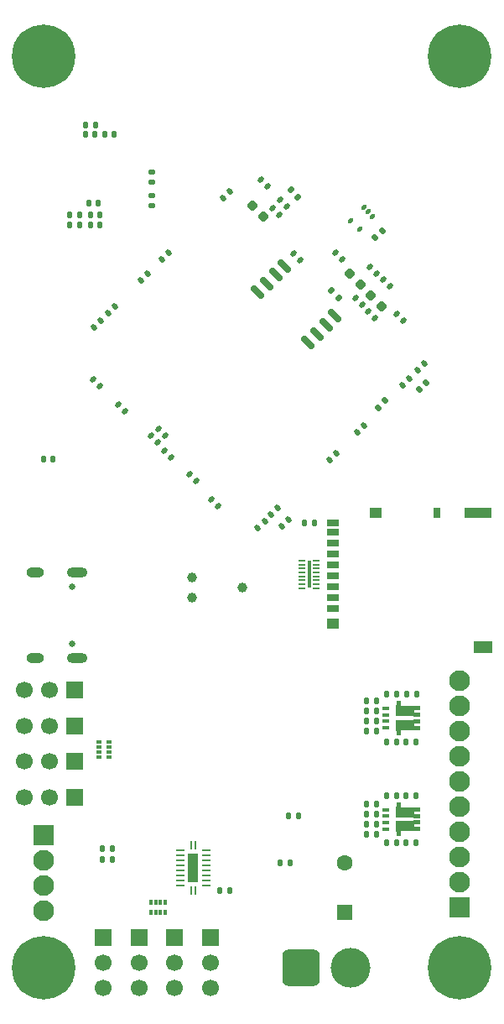
<source format=gbr>
%TF.GenerationSoftware,KiCad,Pcbnew,9.0.1*%
%TF.CreationDate,2025-05-10T22:35:43-04:00*%
%TF.ProjectId,CRVFCU,43525646-4355-42e6-9b69-6361645f7063,rev?*%
%TF.SameCoordinates,Original*%
%TF.FileFunction,Soldermask,Bot*%
%TF.FilePolarity,Negative*%
%FSLAX46Y46*%
G04 Gerber Fmt 4.6, Leading zero omitted, Abs format (unit mm)*
G04 Created by KiCad (PCBNEW 9.0.1) date 2025-05-10 22:35:43*
%MOMM*%
%LPD*%
G01*
G04 APERTURE LIST*
G04 Aperture macros list*
%AMRoundRect*
0 Rectangle with rounded corners*
0 $1 Rounding radius*
0 $2 $3 $4 $5 $6 $7 $8 $9 X,Y pos of 4 corners*
0 Add a 4 corners polygon primitive as box body*
4,1,4,$2,$3,$4,$5,$6,$7,$8,$9,$2,$3,0*
0 Add four circle primitives for the rounded corners*
1,1,$1+$1,$2,$3*
1,1,$1+$1,$4,$5*
1,1,$1+$1,$6,$7*
1,1,$1+$1,$8,$9*
0 Add four rect primitives between the rounded corners*
20,1,$1+$1,$2,$3,$4,$5,0*
20,1,$1+$1,$4,$5,$6,$7,0*
20,1,$1+$1,$6,$7,$8,$9,0*
20,1,$1+$1,$8,$9,$2,$3,0*%
%AMFreePoly0*
4,1,17,1.515000,0.170000,0.915000,0.170000,0.915000,-0.080000,1.515000,-0.080000,1.515000,-0.480000,0.915000,-0.480000,0.915000,-0.505000,-0.395000,-0.505000,-0.395000,-1.005000,-0.825000,-1.005000,-0.825000,-0.625000,-0.915000,-0.625000,-0.915000,0.505000,0.815000,0.505000,0.815000,0.570000,1.515000,0.570000,1.515000,0.170000,1.515000,0.170000,$1*%
%AMFreePoly1*
4,1,17,-0.395000,0.505000,0.915000,0.505000,0.915000,0.480000,1.515000,0.480000,1.515000,0.080000,0.915000,0.080000,0.915000,-0.170000,1.515000,-0.170000,1.515000,-0.570000,0.815000,-0.570000,0.815000,-0.505000,-0.915000,-0.505000,-0.915000,0.625000,-0.825000,0.625000,-0.825000,1.005000,-0.395000,1.005000,-0.395000,0.505000,-0.395000,0.505000,$1*%
G04 Aperture macros list end*
%ADD10R,0.760000X0.350000*%
%ADD11FreePoly0,0.000000*%
%ADD12FreePoly1,0.000000*%
%ADD13RoundRect,0.135000X-0.135000X-0.185000X0.135000X-0.185000X0.135000X0.185000X-0.135000X0.185000X0*%
%ADD14R,1.600000X1.600000*%
%ADD15C,1.600000*%
%ADD16RoundRect,0.760000X-1.140000X-1.140000X1.140000X-1.140000X1.140000X1.140000X-1.140000X1.140000X0*%
%ADD17C,4.000000*%
%ADD18RoundRect,0.250001X0.799999X-0.799999X0.799999X0.799999X-0.799999X0.799999X-0.799999X-0.799999X0*%
%ADD19C,2.100000*%
%ADD20RoundRect,0.140000X-0.140000X-0.170000X0.140000X-0.170000X0.140000X0.170000X-0.140000X0.170000X0*%
%ADD21C,0.990600*%
%ADD22C,6.400000*%
%ADD23RoundRect,0.050000X0.262500X0.050000X-0.262500X0.050000X-0.262500X-0.050000X0.262500X-0.050000X0*%
%ADD24R,0.400000X2.800000*%
%ADD25R,1.200000X0.700000*%
%ADD26R,0.800000X1.000000*%
%ADD27R,1.200000X1.000000*%
%ADD28R,2.800000X1.000000*%
%ADD29R,1.900000X1.300000*%
%ADD30RoundRect,0.162500X0.574524X-0.344715X-0.344715X0.574524X-0.574524X0.344715X0.344715X-0.574524X0*%
%ADD31RoundRect,0.140000X-0.219203X-0.021213X-0.021213X-0.219203X0.219203X0.021213X0.021213X0.219203X0*%
%ADD32RoundRect,0.140000X0.219203X0.021213X0.021213X0.219203X-0.219203X-0.021213X-0.021213X-0.219203X0*%
%ADD33RoundRect,0.140000X0.021213X-0.219203X0.219203X-0.021213X-0.021213X0.219203X-0.219203X0.021213X0*%
%ADD34RoundRect,0.140000X-0.021213X0.219203X-0.219203X0.021213X0.021213X-0.219203X0.219203X-0.021213X0*%
%ADD35RoundRect,0.218750X0.335876X0.026517X0.026517X0.335876X-0.335876X-0.026517X-0.026517X-0.335876X0*%
%ADD36C,0.650000*%
%ADD37O,2.100000X1.000000*%
%ADD38O,1.800000X1.000000*%
%ADD39RoundRect,0.218750X-0.335876X-0.026517X-0.026517X-0.335876X0.335876X0.026517X0.026517X0.335876X0*%
%ADD40RoundRect,0.135000X-0.226274X-0.035355X-0.035355X-0.226274X0.226274X0.035355X0.035355X0.226274X0*%
%ADD41RoundRect,0.135000X-0.035355X0.226274X-0.226274X0.035355X0.035355X-0.226274X0.226274X-0.035355X0*%
%ADD42RoundRect,0.135000X0.226274X0.035355X0.035355X0.226274X-0.226274X-0.035355X-0.035355X-0.226274X0*%
%ADD43RoundRect,0.100000X0.088388X0.229810X-0.229810X-0.088388X-0.088388X-0.229810X0.229810X0.088388X0*%
%ADD44RoundRect,0.250001X-0.799999X0.799999X-0.799999X-0.799999X0.799999X-0.799999X0.799999X0.799999X0*%
%ADD45R,1.700000X1.700000*%
%ADD46C,1.700000*%
%ADD47R,0.240000X0.900000*%
%ADD48R,0.900000X0.240000*%
%ADD49R,1.000000X2.900000*%
%ADD50RoundRect,0.135000X0.135000X0.185000X-0.135000X0.185000X-0.135000X-0.185000X0.135000X-0.185000X0*%
%ADD51R,0.400000X0.500000*%
%ADD52R,0.300000X0.500000*%
%ADD53R,0.500000X0.400000*%
%ADD54R,0.500000X0.300000*%
%ADD55RoundRect,0.140000X0.140000X0.170000X-0.140000X0.170000X-0.140000X-0.170000X0.140000X-0.170000X0*%
%ADD56RoundRect,0.140000X-0.170000X0.140000X-0.170000X-0.140000X0.170000X-0.140000X0.170000X0.140000X0*%
%ADD57RoundRect,0.135000X-0.185000X0.135000X-0.185000X-0.135000X0.185000X-0.135000X0.185000X0.135000X0*%
G04 APERTURE END LIST*
D10*
%TO.C,U16*%
X78535000Y-91770000D03*
X78535000Y-91120000D03*
X78535000Y-90470000D03*
X78535000Y-89820000D03*
D11*
X80500000Y-91490000D03*
D12*
X80500000Y-90100000D03*
%TD*%
D10*
%TO.C,U8*%
X78535000Y-101980000D03*
X78535000Y-101330000D03*
X78535000Y-100680000D03*
X78535000Y-100030000D03*
D11*
X80500000Y-101700000D03*
D12*
X80500000Y-100310000D03*
%TD*%
D13*
%TO.C,R36*%
X68680000Y-100700000D03*
X69700000Y-100700000D03*
%TD*%
D14*
%TO.C,C1*%
X74400000Y-110402651D03*
D15*
X74400000Y-105402651D03*
%TD*%
D16*
%TO.C,BATT1*%
X70000000Y-116000000D03*
D17*
X75000000Y-116000000D03*
%TD*%
D13*
%TO.C,R37*%
X67880000Y-105400000D03*
X68900000Y-105400000D03*
%TD*%
D18*
%TO.C,PYRO_TERM1*%
X86000000Y-109860000D03*
D19*
X86000000Y-107320000D03*
X86000000Y-104780000D03*
X86000000Y-102240000D03*
X86000000Y-99700000D03*
X86000000Y-97160000D03*
X86000000Y-94620000D03*
X86000000Y-92080000D03*
X86000000Y-89540000D03*
X86000000Y-87000000D03*
%TD*%
D20*
%TO.C,C40*%
X44000000Y-64700000D03*
X44960000Y-64700000D03*
%TD*%
D21*
%TO.C,J1*%
X64090000Y-77635000D03*
X59010000Y-78651000D03*
X59010000Y-76619000D03*
%TD*%
D22*
%TO.C,H2*%
X86000000Y-24000000D03*
%TD*%
%TO.C,H3*%
X44000000Y-24000000D03*
%TD*%
D23*
%TO.C,U11*%
X71527500Y-74910000D03*
X71527500Y-75310000D03*
X71527500Y-75710000D03*
X71527500Y-76110000D03*
X71527500Y-76510000D03*
X71527500Y-76910000D03*
X71527500Y-77310000D03*
X71527500Y-77710000D03*
X70102500Y-77710000D03*
X70102500Y-77310000D03*
X70102500Y-76910000D03*
X70102500Y-76510000D03*
X70102500Y-76110000D03*
X70102500Y-75710000D03*
X70102500Y-75310000D03*
X70102500Y-74910000D03*
D24*
X70815000Y-76310000D03*
%TD*%
D25*
%TO.C,J4*%
X73225000Y-79725000D03*
X73225000Y-78625000D03*
X73225000Y-77525000D03*
X73225000Y-76425000D03*
X73225000Y-75325000D03*
X73225000Y-74225000D03*
X73225000Y-73125000D03*
X73225000Y-72025000D03*
X73225000Y-71075000D03*
D26*
X83725000Y-70125000D03*
D27*
X77525000Y-70125000D03*
D28*
X87875000Y-70125000D03*
D27*
X73225000Y-81275000D03*
D29*
X88325000Y-83625000D03*
%TD*%
D13*
%TO.C,R24*%
X70305000Y-71125000D03*
X71325000Y-71125000D03*
%TD*%
D30*
%TO.C,U10*%
X73383784Y-50239707D03*
X72485758Y-51137733D03*
X71587733Y-52035758D03*
X70689707Y-52933784D03*
X65616216Y-47860293D03*
X66514242Y-46962267D03*
X67412267Y-46064242D03*
X68310293Y-45166216D03*
%TD*%
D31*
%TO.C,C17*%
X67100000Y-39350000D03*
X67778822Y-40028822D03*
%TD*%
%TO.C,C16*%
X55560589Y-61610589D03*
X56239411Y-62289411D03*
%TD*%
D32*
%TO.C,C20*%
X56839411Y-64489411D03*
X56160589Y-63810589D03*
%TD*%
%TO.C,C10*%
X59439412Y-66889411D03*
X58760590Y-66210589D03*
%TD*%
%TO.C,C12*%
X78950340Y-47275182D03*
X78271518Y-46596360D03*
%TD*%
D33*
%TO.C,C13*%
X80221178Y-57228822D03*
X80900000Y-56550000D03*
%TD*%
D31*
%TO.C,C15*%
X54821178Y-62331767D03*
X55500000Y-63010589D03*
%TD*%
D32*
%TO.C,C11*%
X77610929Y-45935771D03*
X76932107Y-45256949D03*
%TD*%
D34*
%TO.C,C14*%
X66300000Y-70950000D03*
X65621178Y-71628822D03*
%TD*%
D31*
%TO.C,C19*%
X75471517Y-48396360D03*
X76150339Y-49075182D03*
%TD*%
%TO.C,C18*%
X67900000Y-38550000D03*
X68578822Y-39228822D03*
%TD*%
%TO.C,C22*%
X48960589Y-56610589D03*
X49639411Y-57289411D03*
%TD*%
D33*
%TO.C,C27*%
X62100000Y-38350000D03*
X62778822Y-37671178D03*
%TD*%
%TO.C,C24*%
X50500001Y-49950000D03*
X51178823Y-49271178D03*
%TD*%
D31*
%TO.C,C32*%
X60900000Y-68750000D03*
X61578822Y-69428822D03*
%TD*%
%TO.C,C21*%
X51500000Y-59150001D03*
X52178822Y-59828823D03*
%TD*%
D33*
%TO.C,C23*%
X49100001Y-51350000D03*
X49778823Y-50671178D03*
%TD*%
%TO.C,C25*%
X53821179Y-46628822D03*
X54500001Y-45950000D03*
%TD*%
%TO.C,C26*%
X55960589Y-44489411D03*
X56639411Y-43810589D03*
%TD*%
D31*
%TO.C,C29*%
X73421178Y-43871177D03*
X74100000Y-44549999D03*
%TD*%
%TO.C,C30*%
X79621179Y-50071178D03*
X80300001Y-50750000D03*
%TD*%
%TO.C,C31*%
X76760589Y-49810589D03*
X77439411Y-50489411D03*
%TD*%
D32*
%TO.C,C28*%
X66600000Y-37200000D03*
X65921178Y-36521178D03*
%TD*%
D33*
%TO.C,C36*%
X66960589Y-70289411D03*
X67639411Y-69610589D03*
%TD*%
D34*
%TO.C,C33*%
X73578822Y-64071178D03*
X72900000Y-64750000D03*
%TD*%
D33*
%TO.C,C34*%
X81760590Y-55689411D03*
X82439412Y-55010589D03*
%TD*%
%TO.C,C35*%
X68021178Y-71428822D03*
X68700000Y-70750000D03*
%TD*%
D32*
%TO.C,C51*%
X69889750Y-44614593D03*
X69210928Y-43935771D03*
%TD*%
D35*
%TO.C,L3*%
X78124623Y-49249465D03*
X77010929Y-48135771D03*
%TD*%
D36*
%TO.C,J3*%
X46855000Y-77510000D03*
X46855000Y-83290000D03*
D37*
X47355000Y-76080000D03*
D38*
X43175000Y-76080000D03*
D37*
X47355000Y-84720000D03*
D38*
X43175000Y-84720000D03*
%TD*%
D39*
%TO.C,L1*%
X65092941Y-39132564D03*
X66206635Y-40246258D03*
%TD*%
%TO.C,L2*%
X74854081Y-45978923D03*
X75967775Y-47092617D03*
%TD*%
D40*
%TO.C,R4*%
X68928999Y-37528685D03*
X69650247Y-38249933D03*
%TD*%
D41*
%TO.C,R5*%
X82610871Y-56968061D03*
X81889623Y-57689309D03*
%TD*%
%TO.C,R6*%
X78460624Y-58789376D03*
X77739376Y-59510624D03*
%TD*%
D42*
%TO.C,R23*%
X73771552Y-48396395D03*
X73050304Y-47675147D03*
%TD*%
D34*
%TO.C,C39*%
X76339411Y-61310589D03*
X75660589Y-61989411D03*
%TD*%
D43*
%TO.C,U17*%
X76293503Y-39256497D03*
X76753122Y-39716117D03*
X77212742Y-40175736D03*
X75869239Y-41519239D03*
X74950000Y-40600000D03*
%TD*%
D44*
%TO.C,ARM1*%
X44000000Y-102580000D03*
D19*
X44000000Y-105120000D03*
X44000000Y-107660000D03*
X44000000Y-110200000D03*
%TD*%
D22*
%TO.C,H4*%
X86000000Y-116000000D03*
%TD*%
%TO.C,H1*%
X44000000Y-116000000D03*
%TD*%
D45*
%TO.C,PWM0*%
X47140000Y-88000001D03*
D46*
X44600000Y-88000001D03*
X42060000Y-88000001D03*
%TD*%
D45*
%TO.C,PWM3*%
X47140000Y-98800000D03*
D46*
X44600000Y-98800000D03*
X42060000Y-98800000D03*
%TD*%
D45*
%TO.C,PWM2*%
X47140000Y-95200000D03*
D46*
X44600000Y-95200000D03*
X42060000Y-95200000D03*
%TD*%
D45*
%TO.C,PWM1*%
X47140000Y-91600000D03*
D46*
X44600000Y-91600000D03*
X42060000Y-91600000D03*
%TD*%
D47*
%TO.C,U5*%
X59350000Y-103600000D03*
D48*
X60400000Y-104150000D03*
X60400000Y-104650000D03*
X60400000Y-105150000D03*
X60400000Y-105650000D03*
X60400000Y-106150000D03*
X60400000Y-106650000D03*
X60400000Y-107150000D03*
X60400000Y-107650000D03*
D47*
X59350000Y-108200000D03*
X58850000Y-108200000D03*
D48*
X57800000Y-107650000D03*
X57800000Y-107150000D03*
X57800000Y-106650000D03*
X57800000Y-106150000D03*
X57800000Y-105650000D03*
X57800000Y-105150000D03*
X57800000Y-104650000D03*
X57800000Y-104150000D03*
D47*
X58850000Y-103600000D03*
D49*
X59100000Y-105900000D03*
%TD*%
D50*
%TO.C,R44*%
X50910000Y-105100000D03*
X49890000Y-105100000D03*
%TD*%
%TO.C,R43*%
X50900001Y-104000000D03*
X49880001Y-104000000D03*
%TD*%
D41*
%TO.C,R42*%
X78171248Y-41628752D03*
X77450000Y-42350000D03*
%TD*%
D51*
%TO.C,R39*%
X56300000Y-110400000D03*
D52*
X55800000Y-110400000D03*
X55300000Y-110400000D03*
D51*
X54800000Y-110400000D03*
X54800000Y-109400000D03*
D52*
X55300000Y-109400000D03*
X55800000Y-109400000D03*
D51*
X56300000Y-109400000D03*
%TD*%
D53*
%TO.C,R38*%
X49600000Y-94700000D03*
D54*
X49600000Y-94200000D03*
X49600000Y-93700000D03*
D53*
X49600000Y-93200000D03*
X50600000Y-93200000D03*
D54*
X50600000Y-93700000D03*
X50600000Y-94200000D03*
D53*
X50600000Y-94700000D03*
%TD*%
D13*
%TO.C,R35*%
X78590000Y-93200000D03*
X79610000Y-93200000D03*
%TD*%
D50*
%TO.C,R34*%
X81610000Y-93200000D03*
X80590000Y-93200000D03*
%TD*%
%TO.C,R33*%
X77610000Y-91116000D03*
X76590000Y-91116000D03*
%TD*%
D13*
%TO.C,R32*%
X76590000Y-92100000D03*
X77610000Y-92100000D03*
%TD*%
%TO.C,R31*%
X78580000Y-88400000D03*
X79600000Y-88400000D03*
%TD*%
D50*
%TO.C,R30*%
X81629999Y-88400000D03*
X80609999Y-88400000D03*
%TD*%
%TO.C,R29*%
X77610000Y-89100000D03*
X76590000Y-89100000D03*
%TD*%
D13*
%TO.C,R28*%
X76590000Y-90100000D03*
X77610000Y-90100000D03*
%TD*%
%TO.C,R27*%
X78590000Y-103410000D03*
X79610000Y-103410000D03*
%TD*%
D50*
%TO.C,R26*%
X81610000Y-103410000D03*
X80590000Y-103410000D03*
%TD*%
%TO.C,R25*%
X77619999Y-101510000D03*
X76599999Y-101510000D03*
%TD*%
D13*
%TO.C,R22*%
X46620000Y-40050000D03*
X47640000Y-40050000D03*
%TD*%
%TO.C,R20*%
X48190000Y-30950000D03*
X49210000Y-30950000D03*
%TD*%
%TO.C,R19*%
X76599999Y-102510000D03*
X77619999Y-102510000D03*
%TD*%
%TO.C,R16*%
X78590000Y-98610000D03*
X79610000Y-98610000D03*
%TD*%
D50*
%TO.C,R14*%
X81610000Y-98610000D03*
X80590000Y-98610000D03*
%TD*%
%TO.C,R12*%
X77619999Y-99510000D03*
X76599999Y-99510000D03*
%TD*%
D13*
%TO.C,R11*%
X76590000Y-100510000D03*
X77610000Y-100510000D03*
%TD*%
D50*
%TO.C,R10*%
X62810000Y-108200000D03*
X61790000Y-108200000D03*
%TD*%
D45*
%TO.C,PWM7*%
X60799999Y-112900000D03*
D46*
X60799999Y-115440000D03*
X60799999Y-117980000D03*
%TD*%
D45*
%TO.C,PWM6*%
X57200000Y-112900000D03*
D46*
X57200000Y-115440000D03*
X57200000Y-117980000D03*
%TD*%
D45*
%TO.C,PWM5*%
X53600001Y-112900000D03*
D46*
X53600001Y-115440000D03*
X53600001Y-117980000D03*
%TD*%
D45*
%TO.C,PWM4*%
X50000000Y-112900000D03*
D46*
X50000000Y-115440000D03*
X50000000Y-117980000D03*
%TD*%
D20*
%TO.C,C48*%
X48220000Y-31950000D03*
X49180000Y-31950000D03*
%TD*%
D55*
%TO.C,C47*%
X51100000Y-31950000D03*
X50140000Y-31950000D03*
%TD*%
D56*
%TO.C,C46*%
X54925000Y-35765000D03*
X54925000Y-36725000D03*
%TD*%
D20*
%TO.C,C45*%
X48710000Y-41050000D03*
X49670000Y-41050000D03*
%TD*%
%TO.C,C44*%
X48550000Y-38850000D03*
X49510000Y-38850000D03*
%TD*%
%TO.C,C43*%
X48710000Y-40050000D03*
X49670000Y-40050000D03*
%TD*%
D55*
%TO.C,C42*%
X47610000Y-41050000D03*
X46650000Y-41050000D03*
%TD*%
D57*
%TO.C,R21*%
X54925000Y-38115000D03*
X54925000Y-39135000D03*
%TD*%
M02*

</source>
